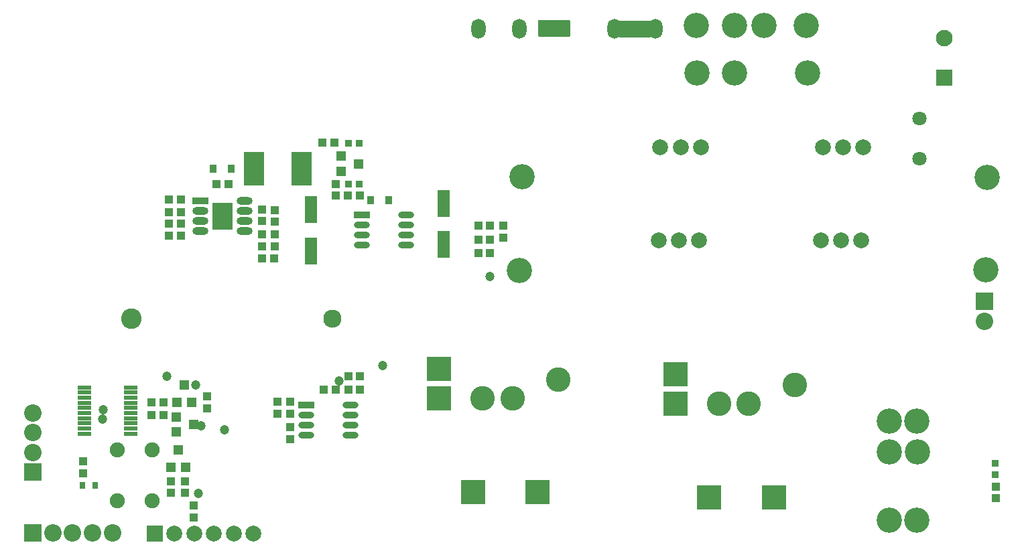
<source format=gbr>
%TF.GenerationSoftware,Altium Limited,Altium Designer,21.0.8 (223)*%
G04 Layer_Color=8388736*
%FSLAX26Y26*%
%MOIN*%
%TF.SameCoordinates,3528F89D-DF25-4B87-B81C-8702AA7ACEB5*%
%TF.FilePolarity,Negative*%
%TF.FileFunction,Soldermask,Top*%
%TF.Part,Single*%
G01*
G75*
%TA.AperFunction,SMDPad,CuDef*%
%ADD58R,0.035559X0.041465*%
%TA.AperFunction,ComponentPad*%
%ADD59C,0.070992*%
%ADD60R,0.082677X0.082677*%
%ADD61C,0.082677*%
%ADD62C,0.126110*%
%ADD63O,0.070992X0.098551*%
%ADD64R,0.122047X0.122047*%
%ADD65C,0.122047*%
%ADD66C,0.090551*%
%ADD67C,0.078866*%
%ADD68R,0.078866X0.078866*%
%ADD69C,0.074803*%
%TA.AperFunction,ViaPad*%
%ADD70C,0.126110*%
%TA.AperFunction,ComponentPad*%
%ADD71C,0.086740*%
%ADD72R,0.086740X0.086740*%
%ADD73R,0.086740X0.086740*%
%TA.AperFunction,ViaPad*%
%ADD74C,0.047370*%
%TA.AperFunction,SMDPad,CuDef*%
%ADD88R,0.038000X0.038000*%
%ADD89R,0.039370X0.039370*%
%ADD90R,0.039370X0.039370*%
%ADD91O,0.078866X0.033591*%
%ADD92R,0.078866X0.033591*%
%ADD93R,0.038000X0.038000*%
%ADD94R,0.047370X0.047370*%
%ADD95R,0.062992X0.137795*%
%ADD96R,0.078866X0.037528*%
%ADD97O,0.078866X0.037528*%
%ADD98R,0.098551X0.135953*%
%ADD99R,0.047370X0.047370*%
%ADD100R,0.025984X0.033858*%
%ADD101R,0.070992X0.023748*%
%ADD102R,0.100520X0.165480*%
%TA.AperFunction,ComponentPad*%
%ADD103C,0.102362*%
G36*
X2807579Y2773622D02*
X2810532Y2770669D01*
Y2694882D01*
X2804626Y2688976D01*
X2656004D01*
X2652067Y2692913D01*
Y2773622D01*
X2659941D01*
X2807579D01*
D02*
G37*
G36*
X3210138Y2770669D02*
X3213091Y2767716D01*
Y2691929D01*
X3207185Y2686024D01*
X3058563D01*
X3054626Y2689961D01*
Y2770669D01*
X3062500D01*
X3210138D01*
D02*
G37*
D58*
X1908465Y1875984D02*
D03*
X1817913D02*
D03*
X1125000Y2033465D02*
D03*
X1034449D02*
D03*
D59*
X4546260Y2083465D02*
D03*
Y2283465D02*
D03*
D60*
X4669291Y2485236D02*
D03*
D61*
Y2682087D02*
D03*
D62*
X3990157Y2508858D02*
D03*
X3438976Y2745079D02*
D03*
X4398622Y622047D02*
D03*
Y283465D02*
D03*
D63*
X2354331Y2729331D02*
D03*
X2557087D02*
D03*
X3031496D02*
D03*
X3234252D02*
D03*
D64*
X2647638Y423228D02*
D03*
X2325787D02*
D03*
X2157480Y1037402D02*
D03*
Y890748D02*
D03*
X3333662Y863189D02*
D03*
Y1009842D02*
D03*
X3501969Y395669D02*
D03*
X3823819D02*
D03*
D65*
X2750000Y982284D02*
D03*
X2522638Y890748D02*
D03*
X2375000D02*
D03*
X3551181Y863189D02*
D03*
X3698819D02*
D03*
X3926181Y954724D02*
D03*
D66*
X1626969Y1285433D02*
D03*
D67*
X1136811Y217520D02*
D03*
X939961D02*
D03*
X841535D02*
D03*
X1235236D02*
D03*
X1038386D02*
D03*
X4166339Y2139764D02*
D03*
X3359252D02*
D03*
X3451772Y1675197D02*
D03*
X3351378D02*
D03*
X3250984D02*
D03*
X3459646Y2139764D02*
D03*
X3258858D02*
D03*
X4258858Y1675197D02*
D03*
X4158465D02*
D03*
X4058071D02*
D03*
X4266732Y2139764D02*
D03*
X4065945D02*
D03*
D68*
X743110Y217520D02*
D03*
D69*
X729331Y377953D02*
D03*
X556102Y633858D02*
D03*
Y377953D02*
D03*
X729331Y633858D02*
D03*
D70*
X4533662Y283465D02*
D03*
X4535433Y776575D02*
D03*
X4397638Y775591D02*
D03*
X4538360Y621215D02*
D03*
X3983268Y2745079D02*
D03*
X3628937D02*
D03*
X3775591D02*
D03*
X3439961Y2508858D02*
D03*
X3628937D02*
D03*
X2556102Y1525591D02*
D03*
X2571850Y1994094D02*
D03*
X4882874Y1990158D02*
D03*
X4878937Y1529528D02*
D03*
D71*
X4872047Y1272638D02*
D03*
X138780Y816929D02*
D03*
X532480Y218504D02*
D03*
X434055D02*
D03*
X335630D02*
D03*
X237205D02*
D03*
X138780Y718504D02*
D03*
Y620079D02*
D03*
D72*
Y218504D02*
D03*
D73*
Y521654D02*
D03*
X4872047Y1371063D02*
D03*
D74*
X483621Y785080D02*
D03*
X803150Y1000000D02*
D03*
X488341Y831209D02*
D03*
X960630Y416339D02*
D03*
X973425Y751968D02*
D03*
X1091535Y733268D02*
D03*
X1661417Y977362D02*
D03*
X945866Y954724D02*
D03*
X1876969Y1054134D02*
D03*
X2411417Y1497047D02*
D03*
D88*
X4925133Y509902D02*
D03*
X4925197Y564402D02*
D03*
D89*
X4927166Y391732D02*
D03*
Y450788D02*
D03*
X1417323Y745079D02*
D03*
Y686024D02*
D03*
Y812008D02*
D03*
Y871063D02*
D03*
X1354331D02*
D03*
Y812008D02*
D03*
X2477362Y1689961D02*
D03*
Y1749016D02*
D03*
X1642717Y1956693D02*
D03*
Y1897638D02*
D03*
X1276575Y1704724D02*
D03*
Y1645669D02*
D03*
Y1771653D02*
D03*
Y1830709D02*
D03*
X1339567Y1704725D02*
D03*
Y1645669D02*
D03*
Y1767716D02*
D03*
Y1826772D02*
D03*
X1004921Y897638D02*
D03*
Y838583D02*
D03*
X822835Y477362D02*
D03*
Y418307D02*
D03*
X895669Y477362D02*
D03*
Y418307D02*
D03*
X937992Y297244D02*
D03*
Y356299D02*
D03*
X386811Y515748D02*
D03*
Y574803D02*
D03*
D90*
X1706693Y932087D02*
D03*
X1765748D02*
D03*
X1706693Y999016D02*
D03*
X1765748D02*
D03*
X1584645Y932087D02*
D03*
X1643701D02*
D03*
X2353347Y1612205D02*
D03*
X2412402D02*
D03*
X2353347Y1679134D02*
D03*
X2412402D02*
D03*
X2353347Y1750000D02*
D03*
X2412402D02*
D03*
X1703740Y1899606D02*
D03*
X1762795D02*
D03*
X1636811Y2163386D02*
D03*
X1577756D02*
D03*
X1278543Y1584646D02*
D03*
X1337599D02*
D03*
X1050197Y1954724D02*
D03*
X1109252D02*
D03*
X873032Y1698819D02*
D03*
X813976D02*
D03*
X873032Y1757874D02*
D03*
X813976D02*
D03*
X813976Y1816929D02*
D03*
X873032D02*
D03*
X873032Y1879921D02*
D03*
X813976D02*
D03*
X727362Y805118D02*
D03*
X786418D02*
D03*
X727362Y868110D02*
D03*
X786418D02*
D03*
D91*
X1716535Y707480D02*
D03*
Y757480D02*
D03*
Y807480D02*
D03*
Y857480D02*
D03*
X1496063Y757480D02*
D03*
Y807480D02*
D03*
Y707480D02*
D03*
X1772638Y1751378D02*
D03*
Y1701378D02*
D03*
X1993110Y1801378D02*
D03*
Y1751378D02*
D03*
Y1701378D02*
D03*
Y1651378D02*
D03*
X1772638D02*
D03*
D92*
X1496063Y857480D02*
D03*
X1772638Y1801378D02*
D03*
D93*
X1705768Y1954788D02*
D03*
X1760268Y1954724D02*
D03*
X1705768Y2159513D02*
D03*
X1760268Y2159449D02*
D03*
D94*
X1670276Y2094488D02*
D03*
Y2019685D02*
D03*
X1756890Y2057086D02*
D03*
X851378Y797244D02*
D03*
X937992Y759842D02*
D03*
X851378Y722441D02*
D03*
D95*
X1520669Y1624016D02*
D03*
Y1828740D02*
D03*
X2182087Y1860236D02*
D03*
Y1655512D02*
D03*
D96*
X969488Y1872244D02*
D03*
D97*
Y1772244D02*
D03*
Y1722244D02*
D03*
X1189961Y1872244D02*
D03*
Y1772244D02*
D03*
Y1722244D02*
D03*
X969488Y1822244D02*
D03*
X1189961D02*
D03*
D98*
X1079724Y1797244D02*
D03*
D99*
X860237Y631890D02*
D03*
X822835Y545276D02*
D03*
X897638D02*
D03*
X928150Y868110D02*
D03*
X890749Y954724D02*
D03*
X853347Y868110D02*
D03*
D100*
X382874Y454725D02*
D03*
X445866D02*
D03*
D101*
X394685Y841536D02*
D03*
Y815945D02*
D03*
Y739173D02*
D03*
Y713583D02*
D03*
Y764764D02*
D03*
Y867126D02*
D03*
Y892717D02*
D03*
Y918307D02*
D03*
Y943898D02*
D03*
X623032Y713583D02*
D03*
Y739173D02*
D03*
Y764764D02*
D03*
Y790355D02*
D03*
Y815945D02*
D03*
Y841536D02*
D03*
Y867126D02*
D03*
Y892717D02*
D03*
Y918307D02*
D03*
Y943898D02*
D03*
X394685Y790355D02*
D03*
D102*
X1474409Y2033465D02*
D03*
X1236220D02*
D03*
D103*
X626969Y1285433D02*
D03*
%TF.MD5,553dc686bbc84f08334c8c5f22ebf3c2*%
M02*

</source>
